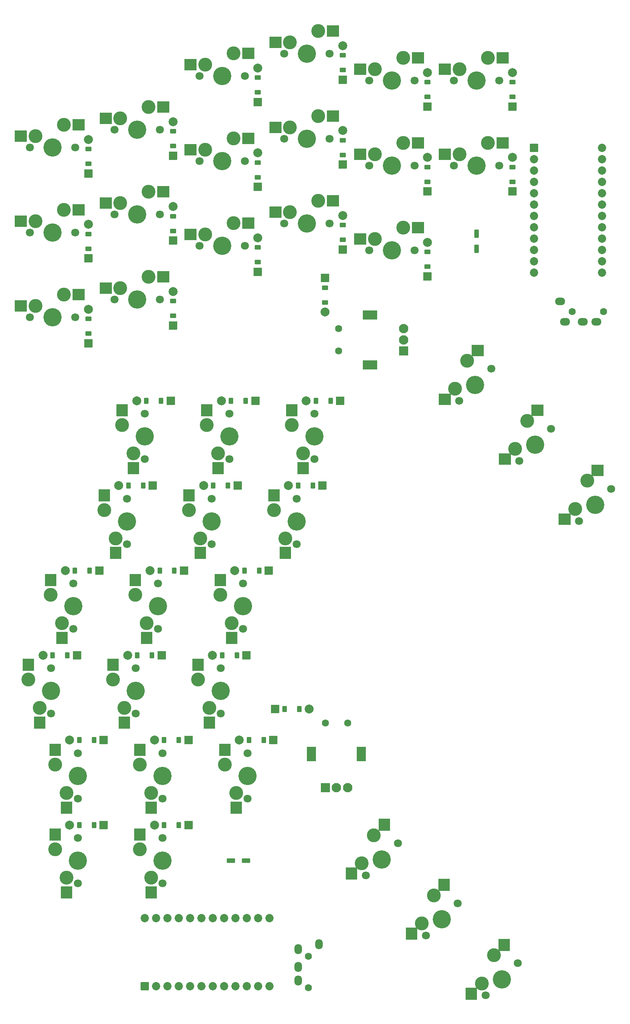
<source format=gbr>
%TF.GenerationSoftware,KiCad,Pcbnew,(6.0.7)*%
%TF.CreationDate,2022-08-26T13:32:48+02:00*%
%TF.ProjectId,lenz03_wired,6c656e7a-3033-45f7-9769-7265642e6b69,v1.0.0*%
%TF.SameCoordinates,Original*%
%TF.FileFunction,Soldermask,Bot*%
%TF.FilePolarity,Negative*%
%FSLAX46Y46*%
G04 Gerber Fmt 4.6, Leading zero omitted, Abs format (unit mm)*
G04 Created by KiCad (PCBNEW (6.0.7)) date 2022-08-26 13:32:48*
%MOMM*%
%LPD*%
G01*
G04 APERTURE LIST*
G04 Aperture macros list*
%AMRoundRect*
0 Rectangle with rounded corners*
0 $1 Rounding radius*
0 $2 $3 $4 $5 $6 $7 $8 $9 X,Y pos of 4 corners*
0 Add a 4 corners polygon primitive as box body*
4,1,4,$2,$3,$4,$5,$6,$7,$8,$9,$2,$3,0*
0 Add four circle primitives for the rounded corners*
1,1,$1+$1,$2,$3*
1,1,$1+$1,$4,$5*
1,1,$1+$1,$6,$7*
1,1,$1+$1,$8,$9*
0 Add four rect primitives between the rounded corners*
20,1,$1+$1,$2,$3,$4,$5,0*
20,1,$1+$1,$4,$5,$6,$7,0*
20,1,$1+$1,$6,$7,$8,$9,0*
20,1,$1+$1,$8,$9,$2,$3,0*%
G04 Aperture macros list end*
%ADD10RoundRect,0.050000X0.450000X0.600000X-0.450000X0.600000X-0.450000X-0.600000X0.450000X-0.600000X0*%
%ADD11C,2.005000*%
%ADD12RoundRect,0.050000X0.889000X0.889000X-0.889000X0.889000X-0.889000X-0.889000X0.889000X-0.889000X0*%
%ADD13C,3.100000*%
%ADD14C,4.087800*%
%ADD15C,1.801800*%
%ADD16RoundRect,0.050000X-1.250000X1.275000X-1.250000X-1.275000X1.250000X-1.275000X1.250000X1.275000X0*%
%ADD17RoundRect,0.050000X0.600000X-0.450000X0.600000X0.450000X-0.600000X0.450000X-0.600000X-0.450000X0*%
%ADD18RoundRect,0.050000X0.889000X-0.889000X0.889000X0.889000X-0.889000X0.889000X-0.889000X-0.889000X0*%
%ADD19RoundRect,0.050000X1.275000X1.250000X-1.275000X1.250000X-1.275000X-1.250000X1.275000X-1.250000X0*%
%ADD20RoundRect,0.050000X-0.450000X-0.850000X0.450000X-0.850000X0.450000X0.850000X-0.450000X0.850000X0*%
%ADD21C,1.600000*%
%ADD22O,1.700000X2.300000*%
%ADD23RoundRect,0.050000X-0.876300X0.876300X-0.876300X-0.876300X0.876300X-0.876300X0.876300X0.876300X0*%
%ADD24C,1.852600*%
%ADD25RoundRect,0.050000X-0.600000X0.450000X-0.600000X-0.450000X0.600000X-0.450000X0.600000X0.450000X0*%
%ADD26RoundRect,0.050000X-0.889000X0.889000X-0.889000X-0.889000X0.889000X-0.889000X0.889000X0.889000X0*%
%ADD27RoundRect,0.050000X0.850000X-0.450000X0.850000X0.450000X-0.850000X0.450000X-0.850000X-0.450000X0*%
%ADD28RoundRect,0.050000X1.600000X1.000000X-1.600000X1.000000X-1.600000X-1.000000X1.600000X-1.000000X0*%
%ADD29RoundRect,0.050000X1.000000X1.000000X-1.000000X1.000000X-1.000000X-1.000000X1.000000X-1.000000X0*%
%ADD30C,2.100000*%
%ADD31O,2.300000X1.700000*%
%ADD32RoundRect,0.050000X-0.876300X-0.876300X0.876300X-0.876300X0.876300X0.876300X-0.876300X0.876300X0*%
%ADD33RoundRect,0.050000X1.000000X-1.600000X1.000000X1.600000X-1.000000X1.600000X-1.000000X-1.600000X0*%
%ADD34RoundRect,0.050000X1.000000X-1.000000X1.000000X1.000000X-1.000000X1.000000X-1.000000X-1.000000X0*%
%ADD35RoundRect,0.050000X-0.450000X-0.600000X0.450000X-0.600000X0.450000X0.600000X-0.450000X0.600000X0*%
%ADD36RoundRect,0.050000X-0.889000X-0.889000X0.889000X-0.889000X0.889000X0.889000X-0.889000X0.889000X0*%
G04 APERTURE END LIST*
D10*
%TO.C,D26*%
X50311000Y-138712000D03*
D11*
X44851000Y-138712000D03*
D12*
X52471000Y-138712000D03*
D10*
X47011000Y-138712000D03*
%TD*%
D13*
%TO.C,S26*%
X37121000Y-131522000D03*
D14*
X39661000Y-127712000D03*
D13*
X34581000Y-125172000D03*
D15*
X39661000Y-122632000D03*
X39661000Y-132792000D03*
D16*
X37121000Y-134797000D03*
X34581000Y-121870000D03*
%TD*%
D14*
%TO.C,S36*%
X47661000Y-203712000D03*
D13*
X45121000Y-207522000D03*
D15*
X47661000Y-198632000D03*
X47661000Y-208792000D03*
D13*
X42581000Y-201172000D03*
D16*
X45121000Y-210797000D03*
X42581000Y-197870000D03*
%TD*%
D11*
%TO.C,D1*%
X31010000Y-80227000D03*
D17*
X31010000Y-85687000D03*
X31010000Y-82387000D03*
D18*
X31010000Y-87847000D03*
%TD*%
D17*
%TO.C,D12*%
X88010000Y-26687000D03*
D11*
X88010000Y-21227000D03*
D17*
X88010000Y-23387000D03*
D18*
X88010000Y-28847000D03*
%TD*%
D13*
%TO.C,S19*%
X129334007Y-105205195D03*
D14*
X131130058Y-110593349D03*
D15*
X134722160Y-107001247D03*
X127537956Y-114185451D03*
D13*
X126639930Y-111491375D03*
D19*
X124324155Y-113807149D03*
X131668873Y-102870329D03*
%TD*%
D17*
%TO.C,D17*%
X126010000Y-32687000D03*
D11*
X126010000Y-27227000D03*
D17*
X126010000Y-29387000D03*
D18*
X126010000Y-34847000D03*
%TD*%
D14*
%TO.C,S37*%
X28661000Y-203712000D03*
D15*
X28661000Y-208792000D03*
X28661000Y-198632000D03*
D13*
X23581000Y-201172000D03*
X26121000Y-207522000D03*
D16*
X26121000Y-210797000D03*
X23581000Y-197870000D03*
%TD*%
D11*
%TO.C,D19*%
X79851000Y-100712000D03*
D10*
X85311000Y-100712000D03*
X82011000Y-100712000D03*
D12*
X87471000Y-100712000D03*
%TD*%
D13*
%TO.C,S35*%
X23581000Y-182172000D03*
D15*
X28661000Y-179632000D03*
D14*
X28661000Y-184712000D03*
D15*
X28661000Y-189792000D03*
D13*
X26121000Y-188522000D03*
D16*
X26121000Y-191797000D03*
X23581000Y-178870000D03*
%TD*%
D15*
%TO.C,S4*%
X36930000Y-78037000D03*
X47090000Y-78037000D03*
D13*
X44550000Y-72957000D03*
D14*
X42010000Y-78037000D03*
D13*
X38200000Y-75497000D03*
D19*
X34925000Y-75497000D03*
X47852000Y-72957000D03*
%TD*%
D13*
%TO.C,S27*%
X60581000Y-144172000D03*
D14*
X65661000Y-146712000D03*
D13*
X63121000Y-150522000D03*
D15*
X65661000Y-141632000D03*
X65661000Y-151792000D03*
D16*
X63121000Y-153797000D03*
X60581000Y-140870000D03*
%TD*%
D15*
%TO.C,S2*%
X28090000Y-63037000D03*
X17930000Y-63037000D03*
D13*
X25550000Y-57957000D03*
D14*
X23010000Y-63037000D03*
D13*
X19200000Y-60497000D03*
D19*
X15925000Y-60497000D03*
X28852000Y-57957000D03*
%TD*%
D13*
%TO.C,S5*%
X44550000Y-53957000D03*
D14*
X42010000Y-59037000D03*
D15*
X47090000Y-59037000D03*
D13*
X38200000Y-56497000D03*
D15*
X36930000Y-59037000D03*
D19*
X34925000Y-56497000D03*
X47852000Y-53957000D03*
%TD*%
D20*
%TO.C,*%
X118010000Y-66737000D03*
X118010000Y-63337000D03*
%TD*%
D15*
%TO.C,S31*%
X41661000Y-170792000D03*
D13*
X36581000Y-163172000D03*
D15*
X41661000Y-160632000D03*
D13*
X39121000Y-169522000D03*
D14*
X41661000Y-165712000D03*
D16*
X39121000Y-172797000D03*
X36581000Y-159870000D03*
%TD*%
D14*
%TO.C,S12*%
X80010000Y-23037000D03*
D15*
X85090000Y-23037000D03*
X74930000Y-23037000D03*
D13*
X76200000Y-20497000D03*
X82550000Y-17957000D03*
D19*
X72925000Y-20497000D03*
X85852000Y-17957000D03*
%TD*%
D11*
%TO.C,D32*%
X45851000Y-176712000D03*
D10*
X51311000Y-176712000D03*
X48011000Y-176712000D03*
D12*
X53471000Y-176712000D03*
%TD*%
D14*
%TO.C,S1*%
X23010000Y-82037000D03*
D13*
X25550000Y-76957000D03*
X19200000Y-79497000D03*
D15*
X17930000Y-82037000D03*
X28090000Y-82037000D03*
D19*
X15925000Y-79497000D03*
X28852000Y-76957000D03*
%TD*%
D14*
%TO.C,S24*%
X77661000Y-127712000D03*
D13*
X72581000Y-125172000D03*
D15*
X77661000Y-122632000D03*
X77661000Y-132792000D03*
D13*
X75121000Y-131522000D03*
D16*
X75121000Y-134797000D03*
X72581000Y-121870000D03*
%TD*%
D11*
%TO.C,D3*%
X31010000Y-42227000D03*
D17*
X31010000Y-47687000D03*
X31010000Y-44387000D03*
D18*
X31010000Y-49847000D03*
%TD*%
D13*
%TO.C,S8*%
X57200000Y-44497000D03*
X63550000Y-41957000D03*
D14*
X61010000Y-47037000D03*
D15*
X55930000Y-47037000D03*
X66090000Y-47037000D03*
D19*
X53925000Y-44497000D03*
X66852000Y-41957000D03*
%TD*%
D15*
%TO.C,S23*%
X43661000Y-103632000D03*
D13*
X41121000Y-112522000D03*
X38581000Y-106172000D03*
D15*
X43661000Y-113792000D03*
D14*
X43661000Y-108712000D03*
D16*
X41121000Y-115797000D03*
X38581000Y-102870000D03*
%TD*%
D15*
%TO.C,S14*%
X104090000Y-48037000D03*
D13*
X95200000Y-45497000D03*
D15*
X93930000Y-48037000D03*
D14*
X99010000Y-48037000D03*
D13*
X101550000Y-42957000D03*
D19*
X91925000Y-45497000D03*
X104852000Y-42957000D03*
%TD*%
D14*
%TO.C,S18*%
X117695029Y-97158320D03*
D15*
X121287131Y-93566218D03*
D13*
X113204901Y-98056346D03*
X115898978Y-91770166D03*
D15*
X114102927Y-100750422D03*
D19*
X110889126Y-100372120D03*
X118233844Y-89435300D03*
%TD*%
D15*
%TO.C,S11*%
X74930000Y-42037000D03*
D13*
X76200000Y-39497000D03*
X82550000Y-36957000D03*
D15*
X85090000Y-42037000D03*
D14*
X80010000Y-42037000D03*
D19*
X72925000Y-39497000D03*
X85852000Y-36957000D03*
%TD*%
D15*
%TO.C,S3*%
X17930000Y-44037000D03*
X28090000Y-44037000D03*
D13*
X25550000Y-38957000D03*
X19200000Y-41497000D03*
D14*
X23010000Y-44037000D03*
D19*
X15925000Y-41497000D03*
X28852000Y-38957000D03*
%TD*%
D15*
%TO.C,S6*%
X47090000Y-40037000D03*
D13*
X38200000Y-37497000D03*
X44550000Y-34957000D03*
D14*
X42010000Y-40037000D03*
D15*
X36930000Y-40037000D03*
D19*
X34925000Y-37497000D03*
X47852000Y-34957000D03*
%TD*%
D13*
%TO.C,S10*%
X76200000Y-58497000D03*
D14*
X80010000Y-61037000D03*
D15*
X74930000Y-61037000D03*
D13*
X82550000Y-55957000D03*
D15*
X85090000Y-61037000D03*
D19*
X72925000Y-58497000D03*
X85852000Y-55957000D03*
%TD*%
D11*
%TO.C,D10*%
X88010000Y-59227000D03*
D17*
X88010000Y-64687000D03*
D18*
X88010000Y-66847000D03*
D17*
X88010000Y-61387000D03*
%TD*%
D11*
%TO.C,D11*%
X88010000Y-40227000D03*
D17*
X88010000Y-45687000D03*
X88010000Y-42387000D03*
D18*
X88010000Y-47847000D03*
%TD*%
D21*
%TO.C,REF\u002A\u002A*%
X80361000Y-225112000D03*
X80361000Y-232112000D03*
D22*
X82661000Y-222412000D03*
X78061000Y-223512000D03*
X78061000Y-227512000D03*
X78061000Y-230512000D03*
%TD*%
D15*
%TO.C,S21*%
X81661000Y-113792000D03*
D13*
X76581000Y-106172000D03*
D14*
X81661000Y-108712000D03*
D13*
X79121000Y-112522000D03*
D15*
X81661000Y-103632000D03*
D16*
X79121000Y-115797000D03*
X76581000Y-102870000D03*
%TD*%
D23*
%TO.C,MCU1*%
X130890000Y-44067000D03*
D24*
X130890000Y-46607000D03*
X130890000Y-49147000D03*
X130890000Y-51687000D03*
X130890000Y-54227000D03*
X130890000Y-56767000D03*
X130890000Y-59307000D03*
X130890000Y-61847000D03*
X130890000Y-64387000D03*
X130890000Y-66927000D03*
X130890000Y-69467000D03*
X130890000Y-72007000D03*
X146130000Y-44067000D03*
X146130000Y-46607000D03*
X146130000Y-49147000D03*
X146130000Y-51687000D03*
X146130000Y-54227000D03*
X146130000Y-56767000D03*
X146130000Y-59307000D03*
X146130000Y-61847000D03*
X146130000Y-64387000D03*
X146130000Y-66927000D03*
X146130000Y-69467000D03*
X146130000Y-72007000D03*
%TD*%
D25*
%TO.C,D18*%
X84010000Y-75387000D03*
D11*
X84010000Y-80847000D03*
D25*
X84010000Y-78687000D03*
D26*
X84010000Y-73227000D03*
%TD*%
D11*
%TO.C,D15*%
X107010000Y-27227000D03*
D17*
X107010000Y-32687000D03*
D18*
X107010000Y-34847000D03*
D17*
X107010000Y-29387000D03*
%TD*%
D27*
%TO.C,*%
X66361000Y-203712000D03*
X62961000Y-203712000D03*
%TD*%
D15*
%TO.C,S40*%
X127244480Y-226674985D03*
D13*
X121856327Y-224878933D03*
D14*
X123652378Y-230267087D03*
D13*
X119162250Y-231165113D03*
D15*
X120060276Y-233859189D03*
D16*
X116846475Y-233480887D03*
X124191193Y-222544067D03*
%TD*%
D11*
%TO.C,D23*%
X56851000Y-119712000D03*
D10*
X62311000Y-119712000D03*
X59011000Y-119712000D03*
D12*
X64471000Y-119712000D03*
%TD*%
D11*
%TO.C,D16*%
X126010000Y-46227000D03*
D17*
X126010000Y-51687000D03*
X126010000Y-48387000D03*
D18*
X126010000Y-53847000D03*
%TD*%
D11*
%TO.C,D24*%
X37851000Y-119712000D03*
D10*
X43311000Y-119712000D03*
X40011000Y-119712000D03*
D12*
X45471000Y-119712000D03*
%TD*%
D10*
%TO.C,D22*%
X81311000Y-119712000D03*
D11*
X75851000Y-119712000D03*
D10*
X78011000Y-119712000D03*
D12*
X83471000Y-119712000D03*
%TD*%
D10*
%TO.C,D20*%
X66311000Y-100712000D03*
D11*
X60851000Y-100712000D03*
D12*
X68471000Y-100712000D03*
D10*
X63011000Y-100712000D03*
%TD*%
D28*
%TO.C,ROT1*%
X94130000Y-92677000D03*
X94130000Y-81477000D03*
D21*
X87130000Y-89577000D03*
X87130000Y-84577000D03*
D29*
X101630000Y-89577000D03*
D30*
X101630000Y-84577000D03*
X101630000Y-87077000D03*
%TD*%
D17*
%TO.C,D9*%
X69010000Y-31687000D03*
D11*
X69010000Y-26227000D03*
D18*
X69010000Y-33847000D03*
D17*
X69010000Y-28387000D03*
%TD*%
D13*
%TO.C,S29*%
X22581000Y-144172000D03*
D15*
X27661000Y-141632000D03*
D14*
X27661000Y-146712000D03*
D13*
X25121000Y-150522000D03*
D15*
X27661000Y-151792000D03*
D16*
X25121000Y-153797000D03*
X22581000Y-140870000D03*
%TD*%
D11*
%TO.C,D8*%
X69010000Y-45227000D03*
D17*
X69010000Y-50687000D03*
D18*
X69010000Y-52847000D03*
D17*
X69010000Y-47387000D03*
%TD*%
D10*
%TO.C,D25*%
X69311000Y-138712000D03*
D11*
X63851000Y-138712000D03*
D12*
X71471000Y-138712000D03*
D10*
X66011000Y-138712000D03*
%TD*%
D17*
%TO.C,D7*%
X69010000Y-69687000D03*
D11*
X69010000Y-64227000D03*
D17*
X69010000Y-66387000D03*
D18*
X69010000Y-71847000D03*
%TD*%
D15*
%TO.C,S15*%
X93930000Y-29037000D03*
D14*
X99010000Y-29037000D03*
D13*
X101550000Y-23957000D03*
X95200000Y-26497000D03*
D15*
X104090000Y-29037000D03*
D19*
X91925000Y-26497000D03*
X104852000Y-23957000D03*
%TD*%
D13*
%TO.C,S30*%
X58121000Y-169522000D03*
D15*
X60661000Y-170792000D03*
X60661000Y-160632000D03*
D13*
X55581000Y-163172000D03*
D14*
X60661000Y-165712000D03*
D16*
X58121000Y-172797000D03*
X55581000Y-159870000D03*
%TD*%
D15*
%TO.C,S20*%
X140972985Y-127620480D03*
X148157189Y-120436276D03*
D13*
X142769036Y-118640224D03*
D14*
X144565087Y-124028378D03*
D13*
X140074959Y-124926404D03*
D19*
X137759184Y-127242178D03*
X145103902Y-116305358D03*
%TD*%
D15*
%TO.C,S39*%
X113809451Y-213239956D03*
D14*
X110217349Y-216832058D03*
D15*
X106625247Y-220424160D03*
D13*
X108421298Y-211443904D03*
X105727221Y-217730084D03*
D16*
X103411446Y-220045858D03*
X110756164Y-209109038D03*
%TD*%
D11*
%TO.C,D27*%
X25851000Y-138712000D03*
D10*
X31311000Y-138712000D03*
X28011000Y-138712000D03*
D12*
X33471000Y-138712000D03*
%TD*%
D11*
%TO.C,D13*%
X107010000Y-65227000D03*
D17*
X107010000Y-70687000D03*
X107010000Y-67387000D03*
D18*
X107010000Y-72847000D03*
%TD*%
D15*
%TO.C,S7*%
X55930000Y-66037000D03*
D13*
X57200000Y-63497000D03*
X63550000Y-60957000D03*
D15*
X66090000Y-66037000D03*
D14*
X61010000Y-66037000D03*
D19*
X53925000Y-63497000D03*
X66852000Y-60957000D03*
%TD*%
D11*
%TO.C,D21*%
X41851000Y-100712000D03*
D10*
X47311000Y-100712000D03*
X44011000Y-100712000D03*
D12*
X49471000Y-100712000D03*
%TD*%
D17*
%TO.C,D5*%
X50010000Y-62687000D03*
D11*
X50010000Y-57227000D03*
D18*
X50010000Y-64847000D03*
D17*
X50010000Y-59387000D03*
%TD*%
D10*
%TO.C,D33*%
X32311000Y-176712000D03*
D11*
X26851000Y-176712000D03*
D12*
X34471000Y-176712000D03*
D10*
X29011000Y-176712000D03*
%TD*%
D11*
%TO.C,D30*%
X20851000Y-157712000D03*
D10*
X26311000Y-157712000D03*
D12*
X28471000Y-157712000D03*
D10*
X23011000Y-157712000D03*
%TD*%
D13*
%TO.C,S32*%
X17581000Y-163172000D03*
X20121000Y-169522000D03*
D15*
X22661000Y-170792000D03*
D14*
X22661000Y-165712000D03*
D15*
X22661000Y-160632000D03*
D16*
X20121000Y-172797000D03*
X17581000Y-159870000D03*
%TD*%
D15*
%TO.C,S38*%
X93190218Y-206989131D03*
D13*
X94986269Y-198008875D03*
D14*
X96782320Y-203397029D03*
D15*
X100374422Y-199804927D03*
D13*
X92292192Y-204295055D03*
D16*
X89976417Y-206610829D03*
X97321135Y-195674009D03*
%TD*%
D17*
%TO.C,D6*%
X50010000Y-43687000D03*
D11*
X50010000Y-38227000D03*
D17*
X50010000Y-40387000D03*
D18*
X50010000Y-45847000D03*
%TD*%
D17*
%TO.C,D14*%
X107010000Y-51687000D03*
D11*
X107010000Y-46227000D03*
D17*
X107010000Y-48387000D03*
D18*
X107010000Y-53847000D03*
%TD*%
D15*
%TO.C,S16*%
X112930000Y-48037000D03*
X123090000Y-48037000D03*
D13*
X114200000Y-45497000D03*
D14*
X118010000Y-48037000D03*
D13*
X120550000Y-42957000D03*
D19*
X110925000Y-45497000D03*
X123852000Y-42957000D03*
%TD*%
D14*
%TO.C,S28*%
X46661000Y-146712000D03*
D13*
X41581000Y-144172000D03*
D15*
X46661000Y-151792000D03*
X46661000Y-141632000D03*
D13*
X44121000Y-150522000D03*
D16*
X44121000Y-153797000D03*
X41581000Y-140870000D03*
%TD*%
D21*
%TO.C,REF\u002A\u002A*%
X146410000Y-80737000D03*
X139410000Y-80737000D03*
D31*
X136710000Y-78437000D03*
X137810000Y-83037000D03*
X141810000Y-83037000D03*
X144810000Y-83037000D03*
%TD*%
D10*
%TO.C,D35*%
X32311000Y-195712000D03*
D11*
X26851000Y-195712000D03*
D12*
X34471000Y-195712000D03*
D10*
X29011000Y-195712000D03*
%TD*%
%TO.C,D28*%
X64311000Y-157712000D03*
D11*
X58851000Y-157712000D03*
D12*
X66471000Y-157712000D03*
D10*
X61011000Y-157712000D03*
%TD*%
D13*
%TO.C,S13*%
X95200000Y-64497000D03*
D15*
X93930000Y-67037000D03*
D13*
X101550000Y-61957000D03*
D15*
X104090000Y-67037000D03*
D14*
X99010000Y-67037000D03*
D19*
X91925000Y-64497000D03*
X104852000Y-61957000D03*
%TD*%
D32*
%TO.C,MCU2*%
X43691000Y-231832000D03*
D24*
X46231000Y-231832000D03*
X48771000Y-231832000D03*
X51311000Y-231832000D03*
X53851000Y-231832000D03*
X56391000Y-231832000D03*
X58931000Y-231832000D03*
X61471000Y-231832000D03*
X64011000Y-231832000D03*
X66551000Y-231832000D03*
X69091000Y-231832000D03*
X71631000Y-231832000D03*
X43691000Y-216592000D03*
X46231000Y-216592000D03*
X48771000Y-216592000D03*
X51311000Y-216592000D03*
X53851000Y-216592000D03*
X56391000Y-216592000D03*
X58931000Y-216592000D03*
X61471000Y-216592000D03*
X64011000Y-216592000D03*
X66551000Y-216592000D03*
X69091000Y-216592000D03*
X71631000Y-216592000D03*
%TD*%
D13*
%TO.C,S9*%
X57200000Y-25497000D03*
X63550000Y-22957000D03*
D15*
X66090000Y-28037000D03*
X55930000Y-28037000D03*
D14*
X61010000Y-28037000D03*
D19*
X53925000Y-25497000D03*
X66852000Y-22957000D03*
%TD*%
D13*
%TO.C,S25*%
X53581000Y-125172000D03*
D15*
X58661000Y-132792000D03*
X58661000Y-122632000D03*
D14*
X58661000Y-127712000D03*
D13*
X56121000Y-131522000D03*
D16*
X56121000Y-134797000D03*
X53581000Y-121870000D03*
%TD*%
D10*
%TO.C,D31*%
X70311000Y-176712000D03*
D11*
X64851000Y-176712000D03*
D10*
X67011000Y-176712000D03*
D12*
X72471000Y-176712000D03*
%TD*%
D11*
%TO.C,D4*%
X50010000Y-76227000D03*
D17*
X50010000Y-81687000D03*
X50010000Y-78387000D03*
D18*
X50010000Y-83847000D03*
%TD*%
D33*
%TO.C,ROT2*%
X81021000Y-179832000D03*
X92221000Y-179832000D03*
D21*
X84121000Y-172832000D03*
X89121000Y-172832000D03*
D34*
X84121000Y-187332000D03*
D30*
X89121000Y-187332000D03*
X86621000Y-187332000D03*
%TD*%
D10*
%TO.C,D34*%
X51311000Y-195712000D03*
D11*
X45851000Y-195712000D03*
D10*
X48011000Y-195712000D03*
D12*
X53471000Y-195712000D03*
%TD*%
D15*
%TO.C,S33*%
X66661000Y-189792000D03*
D13*
X61581000Y-182172000D03*
X64121000Y-188522000D03*
D15*
X66661000Y-179632000D03*
D14*
X66661000Y-184712000D03*
D16*
X64121000Y-191797000D03*
X61581000Y-178870000D03*
%TD*%
D15*
%TO.C,S22*%
X62661000Y-103632000D03*
D13*
X57581000Y-106172000D03*
D15*
X62661000Y-113792000D03*
D14*
X62661000Y-108712000D03*
D13*
X60121000Y-112522000D03*
D16*
X60121000Y-115797000D03*
X57581000Y-102870000D03*
%TD*%
D10*
%TO.C,D29*%
X45311000Y-157712000D03*
D11*
X39851000Y-157712000D03*
D12*
X47471000Y-157712000D03*
D10*
X42011000Y-157712000D03*
%TD*%
D13*
%TO.C,S17*%
X114200000Y-26497000D03*
D15*
X123090000Y-29037000D03*
D14*
X118010000Y-29037000D03*
D13*
X120550000Y-23957000D03*
D15*
X112930000Y-29037000D03*
D19*
X110925000Y-26497000D03*
X123852000Y-23957000D03*
%TD*%
D35*
%TO.C,D36*%
X75011000Y-169712000D03*
D11*
X80471000Y-169712000D03*
D36*
X72851000Y-169712000D03*
D35*
X78311000Y-169712000D03*
%TD*%
D17*
%TO.C,D2*%
X31010000Y-66687000D03*
D11*
X31010000Y-61227000D03*
D17*
X31010000Y-63387000D03*
D18*
X31010000Y-68847000D03*
%TD*%
D13*
%TO.C,S34*%
X42581000Y-182172000D03*
X45121000Y-188522000D03*
D14*
X47661000Y-184712000D03*
D15*
X47661000Y-189792000D03*
X47661000Y-179632000D03*
D16*
X45121000Y-191797000D03*
X42581000Y-178870000D03*
%TD*%
M02*

</source>
